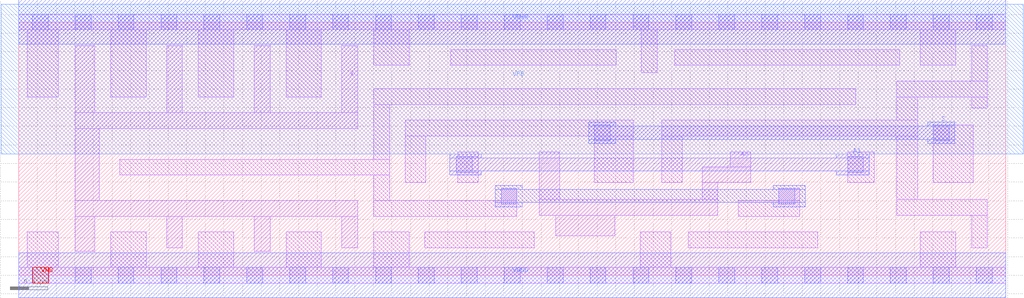
<source format=lef>
# Copyright 2020 The SkyWater PDK Authors
#
# Licensed under the Apache License, Version 2.0 (the "License");
# you may not use this file except in compliance with the License.
# You may obtain a copy of the License at
#
#     https://www.apache.org/licenses/LICENSE-2.0
#
# Unless required by applicable law or agreed to in writing, software
# distributed under the License is distributed on an "AS IS" BASIS,
# WITHOUT WARRANTIES OR CONDITIONS OF ANY KIND, either express or implied.
# See the License for the specific language governing permissions and
# limitations under the License.
#
# SPDX-License-Identifier: Apache-2.0

VERSION 5.7 ;
  NOWIREEXTENSIONATPIN ON ;
  DIVIDERCHAR "/" ;
  BUSBITCHARS "[]" ;
PROPERTYDEFINITIONS
  MACRO maskLayoutSubType STRING ;
  MACRO prCellType STRING ;
  MACRO originalViewName STRING ;
END PROPERTYDEFINITIONS
MACRO sky130_fd_sc_hdll__mux2_8
  CLASS CORE ;
  FOREIGN sky130_fd_sc_hdll__mux2_8 ;
  ORIGIN  0.000000  0.000000 ;
  SIZE  10.58000 BY  2.720000 ;
  SYMMETRY X Y R90 ;
  SITE unithd ;
  PIN A0
    ANTENNAGATEAREA  0.552000 ;
    DIRECTION INPUT ;
    USE SIGNAL ;
    PORT
      LAYER li1 ;
        RECT 5.580000 0.645000 7.495000 0.815000 ;
        RECT 5.580000 0.815000 5.800000 1.325000 ;
        RECT 5.755000 0.425000 6.390000 0.645000 ;
        RECT 7.325000 0.815000 7.495000 0.995000 ;
        RECT 7.325000 0.995000 7.845000 1.165000 ;
        RECT 7.625000 1.165000 7.845000 1.325000 ;
    END
  END A0
  PIN A1
    ANTENNAGATEAREA  0.552000 ;
    DIRECTION INPUT ;
    USE SIGNAL ;
    PORT
      LAYER met1 ;
        RECT 4.620000 1.075000 4.960000 1.120000 ;
        RECT 4.620000 1.120000 9.115000 1.260000 ;
        RECT 4.620000 1.260000 4.960000 1.305000 ;
        RECT 8.765000 1.075000 9.115000 1.120000 ;
        RECT 8.765000 1.260000 9.115000 1.305000 ;
    END
  END A1
  PIN S
    ANTENNAGATEAREA  0.829500 ;
    DIRECTION INPUT ;
    USE SIGNAL ;
    PORT
      LAYER met1 ;
        RECT 6.110000 1.415000  6.400000 1.460000 ;
        RECT 6.110000 1.460000 10.035000 1.600000 ;
        RECT 6.110000 1.600000  6.400000 1.645000 ;
        RECT 9.745000 1.415000 10.035000 1.460000 ;
        RECT 9.745000 1.600000 10.035000 1.645000 ;
    END
  END S
  PIN VGND
    ANTENNADIFFAREA  1.508400 ;
    DIRECTION INOUT ;
    USE SIGNAL ;
    PORT
      LAYER met1 ;
        RECT 0.000000 -0.240000 10.580000 0.240000 ;
    END
  END VGND
  PIN VPWR
    ANTENNADIFFAREA  2.160000 ;
    DIRECTION INOUT ;
    USE SIGNAL ;
    PORT
      LAYER met1 ;
        RECT 0.000000 2.480000 10.580000 2.960000 ;
    END
  END VPWR
  PIN X
    ANTENNADIFFAREA  2.024500 ;
    DIRECTION OUTPUT ;
    USE SIGNAL ;
    PORT
      LAYER li1 ;
        RECT 0.605000 0.255000 0.815000 0.635000 ;
        RECT 0.605000 0.635000 3.635000 0.805000 ;
        RECT 0.605000 0.805000 0.865000 1.575000 ;
        RECT 0.605000 1.575000 3.635000 1.745000 ;
        RECT 0.605000 1.745000 0.815000 2.465000 ;
        RECT 1.585000 0.295000 1.755000 0.635000 ;
        RECT 1.585000 1.745000 1.755000 2.465000 ;
        RECT 2.525000 0.255000 2.695000 0.635000 ;
        RECT 2.525000 1.745000 2.695000 2.465000 ;
        RECT 3.465000 0.295000 3.635000 0.635000 ;
        RECT 3.465000 1.745000 3.635000 2.465000 ;
    END
  END X
  PIN VNB
    DIRECTION INOUT ;
    USE GROUND ;
    PORT
      LAYER pwell ;
        RECT 0.150000 -0.085000 0.320000 0.085000 ;
    END
  END VNB
  PIN VPB
    DIRECTION INOUT ;
    USE POWER ;
    PORT
      LAYER nwell ;
        RECT -0.190000 1.305000 10.770000 2.910000 ;
    END
  END VPB
  OBS
    LAYER li1 ;
      RECT  0.000000 -0.085000 10.580000 0.085000 ;
      RECT  0.000000  2.635000 10.580000 2.805000 ;
      RECT  0.090000  0.085000  0.425000 0.465000 ;
      RECT  0.090000  1.915000  0.425000 2.635000 ;
      RECT  0.985000  0.085000  1.365000 0.465000 ;
      RECT  0.985000  1.915000  1.365000 2.635000 ;
      RECT  1.085000  1.075000  3.975000 1.245000 ;
      RECT  1.925000  0.085000  2.305000 0.465000 ;
      RECT  1.925000  1.915000  2.305000 2.635000 ;
      RECT  2.865000  0.085000  3.245000 0.465000 ;
      RECT  2.865000  1.915000  3.245000 2.635000 ;
      RECT  3.805000  0.085000  4.185000 0.465000 ;
      RECT  3.805000  0.635000  5.340000 0.805000 ;
      RECT  3.805000  0.805000  3.975000 1.075000 ;
      RECT  3.805000  1.245000  3.975000 1.835000 ;
      RECT  3.805000  1.835000  8.975000 2.005000 ;
      RECT  3.805000  2.255000  4.185000 2.635000 ;
      RECT  4.145000  0.995000  4.365000 1.495000 ;
      RECT  4.145000  1.495000  6.585000 1.665000 ;
      RECT  4.355000  0.295000  5.525000 0.465000 ;
      RECT  4.630000  2.255000  6.405000 2.425000 ;
      RECT  4.690000  1.105000  4.925000 1.275000 ;
      RECT  4.705000  0.995000  4.925000 1.105000 ;
      RECT  4.705000  1.275000  4.925000 1.325000 ;
      RECT  5.170000  0.805000  5.340000 0.935000 ;
      RECT  6.170000  0.995000  6.585000 1.495000 ;
      RECT  6.660000  0.085000  6.990000 0.465000 ;
      RECT  6.675000  2.175000  6.845000 2.635000 ;
      RECT  6.895000  0.995000  7.115000 1.495000 ;
      RECT  6.895000  1.495000  9.635000 1.665000 ;
      RECT  7.030000  2.255000  9.445000 2.425000 ;
      RECT  7.175000  0.295000  8.565000 0.465000 ;
      RECT  7.715000  0.635000  8.370000 0.805000 ;
      RECT  8.150000  0.805000  8.370000 0.935000 ;
      RECT  8.885000  0.995000  9.170000 1.325000 ;
      RECT  9.415000  0.645000 10.385000 0.815000 ;
      RECT  9.415000  0.815000  9.635000 1.495000 ;
      RECT  9.415000  1.665000  9.635000 1.915000 ;
      RECT  9.415000  1.915000 10.385000 2.085000 ;
      RECT  9.665000  0.085000 10.045000 0.465000 ;
      RECT  9.665000  2.255000 10.045000 2.635000 ;
      RECT  9.805000  0.995000 10.235000 1.615000 ;
      RECT 10.215000  0.295000 10.385000 0.645000 ;
      RECT 10.215000  1.795000 10.385000 1.915000 ;
      RECT 10.215000  2.085000 10.385000 2.465000 ;
    LAYER mcon ;
      RECT  0.145000 -0.085000  0.315000 0.085000 ;
      RECT  0.145000  2.635000  0.315000 2.805000 ;
      RECT  0.605000 -0.085000  0.775000 0.085000 ;
      RECT  0.605000  2.635000  0.775000 2.805000 ;
      RECT  1.065000 -0.085000  1.235000 0.085000 ;
      RECT  1.065000  2.635000  1.235000 2.805000 ;
      RECT  1.525000 -0.085000  1.695000 0.085000 ;
      RECT  1.525000  2.635000  1.695000 2.805000 ;
      RECT  1.985000 -0.085000  2.155000 0.085000 ;
      RECT  1.985000  2.635000  2.155000 2.805000 ;
      RECT  2.445000 -0.085000  2.615000 0.085000 ;
      RECT  2.445000  2.635000  2.615000 2.805000 ;
      RECT  2.905000 -0.085000  3.075000 0.085000 ;
      RECT  2.905000  2.635000  3.075000 2.805000 ;
      RECT  3.365000 -0.085000  3.535000 0.085000 ;
      RECT  3.365000  2.635000  3.535000 2.805000 ;
      RECT  3.825000 -0.085000  3.995000 0.085000 ;
      RECT  3.825000  2.635000  3.995000 2.805000 ;
      RECT  4.285000 -0.085000  4.455000 0.085000 ;
      RECT  4.285000  2.635000  4.455000 2.805000 ;
      RECT  4.690000  1.105000  4.860000 1.275000 ;
      RECT  4.745000 -0.085000  4.915000 0.085000 ;
      RECT  4.745000  2.635000  4.915000 2.805000 ;
      RECT  5.170000  0.765000  5.340000 0.935000 ;
      RECT  5.205000 -0.085000  5.375000 0.085000 ;
      RECT  5.205000  2.635000  5.375000 2.805000 ;
      RECT  5.665000 -0.085000  5.835000 0.085000 ;
      RECT  5.665000  2.635000  5.835000 2.805000 ;
      RECT  6.125000 -0.085000  6.295000 0.085000 ;
      RECT  6.125000  2.635000  6.295000 2.805000 ;
      RECT  6.170000  1.445000  6.340000 1.615000 ;
      RECT  6.585000 -0.085000  6.755000 0.085000 ;
      RECT  6.585000  2.635000  6.755000 2.805000 ;
      RECT  7.045000 -0.085000  7.215000 0.085000 ;
      RECT  7.045000  2.635000  7.215000 2.805000 ;
      RECT  7.505000 -0.085000  7.675000 0.085000 ;
      RECT  7.505000  2.635000  7.675000 2.805000 ;
      RECT  7.965000 -0.085000  8.135000 0.085000 ;
      RECT  7.965000  2.635000  8.135000 2.805000 ;
      RECT  8.150000  0.765000  8.320000 0.935000 ;
      RECT  8.425000 -0.085000  8.595000 0.085000 ;
      RECT  8.425000  2.635000  8.595000 2.805000 ;
      RECT  8.885000 -0.085000  9.055000 0.085000 ;
      RECT  8.885000  1.105000  9.055000 1.275000 ;
      RECT  8.885000  2.635000  9.055000 2.805000 ;
      RECT  9.345000 -0.085000  9.515000 0.085000 ;
      RECT  9.345000  2.635000  9.515000 2.805000 ;
      RECT  9.805000 -0.085000  9.975000 0.085000 ;
      RECT  9.805000  1.445000  9.975000 1.615000 ;
      RECT  9.805000  2.635000  9.975000 2.805000 ;
      RECT 10.265000 -0.085000 10.435000 0.085000 ;
      RECT 10.265000  2.635000 10.435000 2.805000 ;
    LAYER met1 ;
      RECT 5.110000 0.735000 5.400000 0.780000 ;
      RECT 5.110000 0.780000 8.430000 0.920000 ;
      RECT 5.110000 0.920000 5.400000 0.965000 ;
      RECT 8.090000 0.735000 8.430000 0.780000 ;
      RECT 8.090000 0.920000 8.430000 0.965000 ;
  END
  PROPERTY maskLayoutSubType "abstract" ;
  PROPERTY prCellType "standard" ;
  PROPERTY originalViewName "layout" ;
END sky130_fd_sc_hdll__mux2_8
END LIBRARY

</source>
